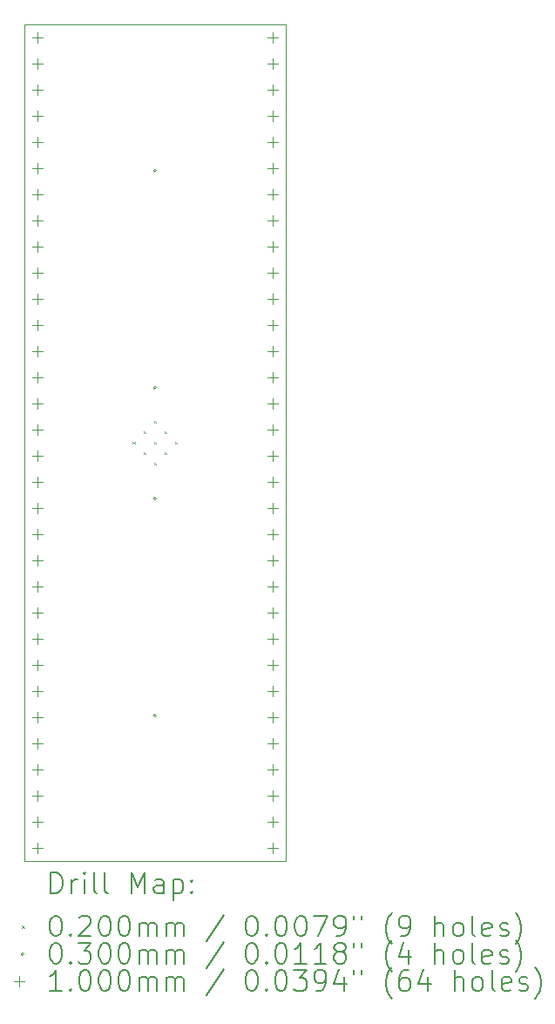
<source format=gbr>
%TF.GenerationSoftware,KiCad,Pcbnew,9.0.6*%
%TF.CreationDate,2026-01-07T14:27:32-06:00*%
%TF.ProjectId,QFN-60_7x7_P0.4,51464e2d-3630-45f3-9778-375f50302e34,rev?*%
%TF.SameCoordinates,Original*%
%TF.FileFunction,Drillmap*%
%TF.FilePolarity,Positive*%
%FSLAX45Y45*%
G04 Gerber Fmt 4.5, Leading zero omitted, Abs format (unit mm)*
G04 Created by KiCad (PCBNEW 9.0.6) date 2026-01-07 14:27:32*
%MOMM*%
%LPD*%
G01*
G04 APERTURE LIST*
%ADD10C,0.050000*%
%ADD11C,0.200000*%
%ADD12C,0.100000*%
G04 APERTURE END LIST*
D10*
X12573000Y-8013700D02*
X15113000Y-8013700D01*
X15113000Y-16141700D01*
X12573000Y-16141700D01*
X12573000Y-8013700D01*
D11*
D12*
X13627939Y-12070468D02*
X13647939Y-12090468D01*
X13647939Y-12070468D02*
X13627939Y-12090468D01*
X13730469Y-11967937D02*
X13750469Y-11987937D01*
X13750469Y-11967937D02*
X13730469Y-11987937D01*
X13730469Y-12172998D02*
X13750469Y-12192998D01*
X13750469Y-12172998D02*
X13730469Y-12192998D01*
X13833000Y-11865407D02*
X13853000Y-11885407D01*
X13853000Y-11865407D02*
X13833000Y-11885407D01*
X13833000Y-12070468D02*
X13853000Y-12090468D01*
X13853000Y-12070468D02*
X13833000Y-12090468D01*
X13833000Y-12275529D02*
X13853000Y-12295529D01*
X13853000Y-12275529D02*
X13833000Y-12295529D01*
X13935530Y-11967937D02*
X13955530Y-11987937D01*
X13955530Y-11967937D02*
X13935530Y-11987937D01*
X13935530Y-12172998D02*
X13955530Y-12192998D01*
X13955530Y-12172998D02*
X13935530Y-12192998D01*
X14038061Y-12070468D02*
X14058061Y-12090468D01*
X14058061Y-12070468D02*
X14038061Y-12090468D01*
X13858000Y-9436100D02*
G75*
G02*
X13828000Y-9436100I-15000J0D01*
G01*
X13828000Y-9436100D02*
G75*
G02*
X13858000Y-9436100I15000J0D01*
G01*
X13858000Y-11544300D02*
G75*
G02*
X13828000Y-11544300I-15000J0D01*
G01*
X13828000Y-11544300D02*
G75*
G02*
X13858000Y-11544300I15000J0D01*
G01*
X13858000Y-12623800D02*
G75*
G02*
X13828000Y-12623800I-15000J0D01*
G01*
X13828000Y-12623800D02*
G75*
G02*
X13858000Y-12623800I15000J0D01*
G01*
X13858000Y-14732000D02*
G75*
G02*
X13828000Y-14732000I-15000J0D01*
G01*
X13828000Y-14732000D02*
G75*
G02*
X13858000Y-14732000I15000J0D01*
G01*
X12700000Y-8092425D02*
X12700000Y-8192425D01*
X12650000Y-8142425D02*
X12750000Y-8142425D01*
X12700000Y-8346425D02*
X12700000Y-8446425D01*
X12650000Y-8396425D02*
X12750000Y-8396425D01*
X12700000Y-8600425D02*
X12700000Y-8700425D01*
X12650000Y-8650425D02*
X12750000Y-8650425D01*
X12700000Y-8854425D02*
X12700000Y-8954425D01*
X12650000Y-8904425D02*
X12750000Y-8904425D01*
X12700000Y-9108425D02*
X12700000Y-9208425D01*
X12650000Y-9158425D02*
X12750000Y-9158425D01*
X12700000Y-9362425D02*
X12700000Y-9462425D01*
X12650000Y-9412425D02*
X12750000Y-9412425D01*
X12700000Y-9616425D02*
X12700000Y-9716425D01*
X12650000Y-9666425D02*
X12750000Y-9666425D01*
X12700000Y-9870425D02*
X12700000Y-9970425D01*
X12650000Y-9920425D02*
X12750000Y-9920425D01*
X12700000Y-10124425D02*
X12700000Y-10224425D01*
X12650000Y-10174425D02*
X12750000Y-10174425D01*
X12700000Y-10378425D02*
X12700000Y-10478425D01*
X12650000Y-10428425D02*
X12750000Y-10428425D01*
X12700000Y-10632425D02*
X12700000Y-10732425D01*
X12650000Y-10682425D02*
X12750000Y-10682425D01*
X12700000Y-10886425D02*
X12700000Y-10986425D01*
X12650000Y-10936425D02*
X12750000Y-10936425D01*
X12700000Y-11140425D02*
X12700000Y-11240425D01*
X12650000Y-11190425D02*
X12750000Y-11190425D01*
X12700000Y-11394425D02*
X12700000Y-11494425D01*
X12650000Y-11444425D02*
X12750000Y-11444425D01*
X12700000Y-11648425D02*
X12700000Y-11748425D01*
X12650000Y-11698425D02*
X12750000Y-11698425D01*
X12700000Y-11902425D02*
X12700000Y-12002425D01*
X12650000Y-11952425D02*
X12750000Y-11952425D01*
X12700000Y-12156425D02*
X12700000Y-12256425D01*
X12650000Y-12206425D02*
X12750000Y-12206425D01*
X12700000Y-12410425D02*
X12700000Y-12510425D01*
X12650000Y-12460425D02*
X12750000Y-12460425D01*
X12700000Y-12664425D02*
X12700000Y-12764425D01*
X12650000Y-12714425D02*
X12750000Y-12714425D01*
X12700000Y-12918425D02*
X12700000Y-13018425D01*
X12650000Y-12968425D02*
X12750000Y-12968425D01*
X12700000Y-13172425D02*
X12700000Y-13272425D01*
X12650000Y-13222425D02*
X12750000Y-13222425D01*
X12700000Y-13426425D02*
X12700000Y-13526425D01*
X12650000Y-13476425D02*
X12750000Y-13476425D01*
X12700000Y-13680425D02*
X12700000Y-13780425D01*
X12650000Y-13730425D02*
X12750000Y-13730425D01*
X12700000Y-13934425D02*
X12700000Y-14034425D01*
X12650000Y-13984425D02*
X12750000Y-13984425D01*
X12700000Y-14188425D02*
X12700000Y-14288425D01*
X12650000Y-14238425D02*
X12750000Y-14238425D01*
X12700000Y-14442425D02*
X12700000Y-14542425D01*
X12650000Y-14492425D02*
X12750000Y-14492425D01*
X12700000Y-14696425D02*
X12700000Y-14796425D01*
X12650000Y-14746425D02*
X12750000Y-14746425D01*
X12700000Y-14950425D02*
X12700000Y-15050425D01*
X12650000Y-15000425D02*
X12750000Y-15000425D01*
X12700000Y-15204425D02*
X12700000Y-15304425D01*
X12650000Y-15254425D02*
X12750000Y-15254425D01*
X12700000Y-15458425D02*
X12700000Y-15558425D01*
X12650000Y-15508425D02*
X12750000Y-15508425D01*
X12700000Y-15712425D02*
X12700000Y-15812425D01*
X12650000Y-15762425D02*
X12750000Y-15762425D01*
X12700000Y-15966425D02*
X12700000Y-16066425D01*
X12650000Y-16016425D02*
X12750000Y-16016425D01*
X14986000Y-8092425D02*
X14986000Y-8192425D01*
X14936000Y-8142425D02*
X15036000Y-8142425D01*
X14986000Y-8346425D02*
X14986000Y-8446425D01*
X14936000Y-8396425D02*
X15036000Y-8396425D01*
X14986000Y-8600425D02*
X14986000Y-8700425D01*
X14936000Y-8650425D02*
X15036000Y-8650425D01*
X14986000Y-8854425D02*
X14986000Y-8954425D01*
X14936000Y-8904425D02*
X15036000Y-8904425D01*
X14986000Y-9108425D02*
X14986000Y-9208425D01*
X14936000Y-9158425D02*
X15036000Y-9158425D01*
X14986000Y-9362425D02*
X14986000Y-9462425D01*
X14936000Y-9412425D02*
X15036000Y-9412425D01*
X14986000Y-9616425D02*
X14986000Y-9716425D01*
X14936000Y-9666425D02*
X15036000Y-9666425D01*
X14986000Y-9870425D02*
X14986000Y-9970425D01*
X14936000Y-9920425D02*
X15036000Y-9920425D01*
X14986000Y-10124425D02*
X14986000Y-10224425D01*
X14936000Y-10174425D02*
X15036000Y-10174425D01*
X14986000Y-10378425D02*
X14986000Y-10478425D01*
X14936000Y-10428425D02*
X15036000Y-10428425D01*
X14986000Y-10632425D02*
X14986000Y-10732425D01*
X14936000Y-10682425D02*
X15036000Y-10682425D01*
X14986000Y-10886425D02*
X14986000Y-10986425D01*
X14936000Y-10936425D02*
X15036000Y-10936425D01*
X14986000Y-11140425D02*
X14986000Y-11240425D01*
X14936000Y-11190425D02*
X15036000Y-11190425D01*
X14986000Y-11394425D02*
X14986000Y-11494425D01*
X14936000Y-11444425D02*
X15036000Y-11444425D01*
X14986000Y-11648425D02*
X14986000Y-11748425D01*
X14936000Y-11698425D02*
X15036000Y-11698425D01*
X14986000Y-11902425D02*
X14986000Y-12002425D01*
X14936000Y-11952425D02*
X15036000Y-11952425D01*
X14986000Y-12156425D02*
X14986000Y-12256425D01*
X14936000Y-12206425D02*
X15036000Y-12206425D01*
X14986000Y-12410425D02*
X14986000Y-12510425D01*
X14936000Y-12460425D02*
X15036000Y-12460425D01*
X14986000Y-12664425D02*
X14986000Y-12764425D01*
X14936000Y-12714425D02*
X15036000Y-12714425D01*
X14986000Y-12918425D02*
X14986000Y-13018425D01*
X14936000Y-12968425D02*
X15036000Y-12968425D01*
X14986000Y-13172425D02*
X14986000Y-13272425D01*
X14936000Y-13222425D02*
X15036000Y-13222425D01*
X14986000Y-13426425D02*
X14986000Y-13526425D01*
X14936000Y-13476425D02*
X15036000Y-13476425D01*
X14986000Y-13680425D02*
X14986000Y-13780425D01*
X14936000Y-13730425D02*
X15036000Y-13730425D01*
X14986000Y-13934425D02*
X14986000Y-14034425D01*
X14936000Y-13984425D02*
X15036000Y-13984425D01*
X14986000Y-14188425D02*
X14986000Y-14288425D01*
X14936000Y-14238425D02*
X15036000Y-14238425D01*
X14986000Y-14442425D02*
X14986000Y-14542425D01*
X14936000Y-14492425D02*
X15036000Y-14492425D01*
X14986000Y-14696425D02*
X14986000Y-14796425D01*
X14936000Y-14746425D02*
X15036000Y-14746425D01*
X14986000Y-14950425D02*
X14986000Y-15050425D01*
X14936000Y-15000425D02*
X15036000Y-15000425D01*
X14986000Y-15204425D02*
X14986000Y-15304425D01*
X14936000Y-15254425D02*
X15036000Y-15254425D01*
X14986000Y-15458425D02*
X14986000Y-15558425D01*
X14936000Y-15508425D02*
X15036000Y-15508425D01*
X14986000Y-15712425D02*
X14986000Y-15812425D01*
X14936000Y-15762425D02*
X15036000Y-15762425D01*
X14986000Y-15966425D02*
X14986000Y-16066425D01*
X14936000Y-16016425D02*
X15036000Y-16016425D01*
D11*
X12831277Y-16455684D02*
X12831277Y-16255684D01*
X12831277Y-16255684D02*
X12878896Y-16255684D01*
X12878896Y-16255684D02*
X12907467Y-16265208D01*
X12907467Y-16265208D02*
X12926515Y-16284255D01*
X12926515Y-16284255D02*
X12936039Y-16303303D01*
X12936039Y-16303303D02*
X12945562Y-16341398D01*
X12945562Y-16341398D02*
X12945562Y-16369969D01*
X12945562Y-16369969D02*
X12936039Y-16408065D01*
X12936039Y-16408065D02*
X12926515Y-16427112D01*
X12926515Y-16427112D02*
X12907467Y-16446160D01*
X12907467Y-16446160D02*
X12878896Y-16455684D01*
X12878896Y-16455684D02*
X12831277Y-16455684D01*
X13031277Y-16455684D02*
X13031277Y-16322350D01*
X13031277Y-16360446D02*
X13040801Y-16341398D01*
X13040801Y-16341398D02*
X13050324Y-16331874D01*
X13050324Y-16331874D02*
X13069372Y-16322350D01*
X13069372Y-16322350D02*
X13088420Y-16322350D01*
X13155086Y-16455684D02*
X13155086Y-16322350D01*
X13155086Y-16255684D02*
X13145562Y-16265208D01*
X13145562Y-16265208D02*
X13155086Y-16274731D01*
X13155086Y-16274731D02*
X13164610Y-16265208D01*
X13164610Y-16265208D02*
X13155086Y-16255684D01*
X13155086Y-16255684D02*
X13155086Y-16274731D01*
X13278896Y-16455684D02*
X13259848Y-16446160D01*
X13259848Y-16446160D02*
X13250324Y-16427112D01*
X13250324Y-16427112D02*
X13250324Y-16255684D01*
X13383658Y-16455684D02*
X13364610Y-16446160D01*
X13364610Y-16446160D02*
X13355086Y-16427112D01*
X13355086Y-16427112D02*
X13355086Y-16255684D01*
X13612229Y-16455684D02*
X13612229Y-16255684D01*
X13612229Y-16255684D02*
X13678896Y-16398541D01*
X13678896Y-16398541D02*
X13745562Y-16255684D01*
X13745562Y-16255684D02*
X13745562Y-16455684D01*
X13926515Y-16455684D02*
X13926515Y-16350922D01*
X13926515Y-16350922D02*
X13916991Y-16331874D01*
X13916991Y-16331874D02*
X13897943Y-16322350D01*
X13897943Y-16322350D02*
X13859848Y-16322350D01*
X13859848Y-16322350D02*
X13840801Y-16331874D01*
X13926515Y-16446160D02*
X13907467Y-16455684D01*
X13907467Y-16455684D02*
X13859848Y-16455684D01*
X13859848Y-16455684D02*
X13840801Y-16446160D01*
X13840801Y-16446160D02*
X13831277Y-16427112D01*
X13831277Y-16427112D02*
X13831277Y-16408065D01*
X13831277Y-16408065D02*
X13840801Y-16389017D01*
X13840801Y-16389017D02*
X13859848Y-16379493D01*
X13859848Y-16379493D02*
X13907467Y-16379493D01*
X13907467Y-16379493D02*
X13926515Y-16369969D01*
X14021753Y-16322350D02*
X14021753Y-16522350D01*
X14021753Y-16331874D02*
X14040801Y-16322350D01*
X14040801Y-16322350D02*
X14078896Y-16322350D01*
X14078896Y-16322350D02*
X14097943Y-16331874D01*
X14097943Y-16331874D02*
X14107467Y-16341398D01*
X14107467Y-16341398D02*
X14116991Y-16360446D01*
X14116991Y-16360446D02*
X14116991Y-16417588D01*
X14116991Y-16417588D02*
X14107467Y-16436636D01*
X14107467Y-16436636D02*
X14097943Y-16446160D01*
X14097943Y-16446160D02*
X14078896Y-16455684D01*
X14078896Y-16455684D02*
X14040801Y-16455684D01*
X14040801Y-16455684D02*
X14021753Y-16446160D01*
X14202705Y-16436636D02*
X14212229Y-16446160D01*
X14212229Y-16446160D02*
X14202705Y-16455684D01*
X14202705Y-16455684D02*
X14193182Y-16446160D01*
X14193182Y-16446160D02*
X14202705Y-16436636D01*
X14202705Y-16436636D02*
X14202705Y-16455684D01*
X14202705Y-16331874D02*
X14212229Y-16341398D01*
X14212229Y-16341398D02*
X14202705Y-16350922D01*
X14202705Y-16350922D02*
X14193182Y-16341398D01*
X14193182Y-16341398D02*
X14202705Y-16331874D01*
X14202705Y-16331874D02*
X14202705Y-16350922D01*
D12*
X12550500Y-16774200D02*
X12570500Y-16794200D01*
X12570500Y-16774200D02*
X12550500Y-16794200D01*
D11*
X12869372Y-16675684D02*
X12888420Y-16675684D01*
X12888420Y-16675684D02*
X12907467Y-16685208D01*
X12907467Y-16685208D02*
X12916991Y-16694731D01*
X12916991Y-16694731D02*
X12926515Y-16713779D01*
X12926515Y-16713779D02*
X12936039Y-16751874D01*
X12936039Y-16751874D02*
X12936039Y-16799493D01*
X12936039Y-16799493D02*
X12926515Y-16837589D01*
X12926515Y-16837589D02*
X12916991Y-16856636D01*
X12916991Y-16856636D02*
X12907467Y-16866160D01*
X12907467Y-16866160D02*
X12888420Y-16875684D01*
X12888420Y-16875684D02*
X12869372Y-16875684D01*
X12869372Y-16875684D02*
X12850324Y-16866160D01*
X12850324Y-16866160D02*
X12840801Y-16856636D01*
X12840801Y-16856636D02*
X12831277Y-16837589D01*
X12831277Y-16837589D02*
X12821753Y-16799493D01*
X12821753Y-16799493D02*
X12821753Y-16751874D01*
X12821753Y-16751874D02*
X12831277Y-16713779D01*
X12831277Y-16713779D02*
X12840801Y-16694731D01*
X12840801Y-16694731D02*
X12850324Y-16685208D01*
X12850324Y-16685208D02*
X12869372Y-16675684D01*
X13021753Y-16856636D02*
X13031277Y-16866160D01*
X13031277Y-16866160D02*
X13021753Y-16875684D01*
X13021753Y-16875684D02*
X13012229Y-16866160D01*
X13012229Y-16866160D02*
X13021753Y-16856636D01*
X13021753Y-16856636D02*
X13021753Y-16875684D01*
X13107467Y-16694731D02*
X13116991Y-16685208D01*
X13116991Y-16685208D02*
X13136039Y-16675684D01*
X13136039Y-16675684D02*
X13183658Y-16675684D01*
X13183658Y-16675684D02*
X13202705Y-16685208D01*
X13202705Y-16685208D02*
X13212229Y-16694731D01*
X13212229Y-16694731D02*
X13221753Y-16713779D01*
X13221753Y-16713779D02*
X13221753Y-16732827D01*
X13221753Y-16732827D02*
X13212229Y-16761398D01*
X13212229Y-16761398D02*
X13097943Y-16875684D01*
X13097943Y-16875684D02*
X13221753Y-16875684D01*
X13345562Y-16675684D02*
X13364610Y-16675684D01*
X13364610Y-16675684D02*
X13383658Y-16685208D01*
X13383658Y-16685208D02*
X13393182Y-16694731D01*
X13393182Y-16694731D02*
X13402705Y-16713779D01*
X13402705Y-16713779D02*
X13412229Y-16751874D01*
X13412229Y-16751874D02*
X13412229Y-16799493D01*
X13412229Y-16799493D02*
X13402705Y-16837589D01*
X13402705Y-16837589D02*
X13393182Y-16856636D01*
X13393182Y-16856636D02*
X13383658Y-16866160D01*
X13383658Y-16866160D02*
X13364610Y-16875684D01*
X13364610Y-16875684D02*
X13345562Y-16875684D01*
X13345562Y-16875684D02*
X13326515Y-16866160D01*
X13326515Y-16866160D02*
X13316991Y-16856636D01*
X13316991Y-16856636D02*
X13307467Y-16837589D01*
X13307467Y-16837589D02*
X13297943Y-16799493D01*
X13297943Y-16799493D02*
X13297943Y-16751874D01*
X13297943Y-16751874D02*
X13307467Y-16713779D01*
X13307467Y-16713779D02*
X13316991Y-16694731D01*
X13316991Y-16694731D02*
X13326515Y-16685208D01*
X13326515Y-16685208D02*
X13345562Y-16675684D01*
X13536039Y-16675684D02*
X13555086Y-16675684D01*
X13555086Y-16675684D02*
X13574134Y-16685208D01*
X13574134Y-16685208D02*
X13583658Y-16694731D01*
X13583658Y-16694731D02*
X13593182Y-16713779D01*
X13593182Y-16713779D02*
X13602705Y-16751874D01*
X13602705Y-16751874D02*
X13602705Y-16799493D01*
X13602705Y-16799493D02*
X13593182Y-16837589D01*
X13593182Y-16837589D02*
X13583658Y-16856636D01*
X13583658Y-16856636D02*
X13574134Y-16866160D01*
X13574134Y-16866160D02*
X13555086Y-16875684D01*
X13555086Y-16875684D02*
X13536039Y-16875684D01*
X13536039Y-16875684D02*
X13516991Y-16866160D01*
X13516991Y-16866160D02*
X13507467Y-16856636D01*
X13507467Y-16856636D02*
X13497943Y-16837589D01*
X13497943Y-16837589D02*
X13488420Y-16799493D01*
X13488420Y-16799493D02*
X13488420Y-16751874D01*
X13488420Y-16751874D02*
X13497943Y-16713779D01*
X13497943Y-16713779D02*
X13507467Y-16694731D01*
X13507467Y-16694731D02*
X13516991Y-16685208D01*
X13516991Y-16685208D02*
X13536039Y-16675684D01*
X13688420Y-16875684D02*
X13688420Y-16742350D01*
X13688420Y-16761398D02*
X13697943Y-16751874D01*
X13697943Y-16751874D02*
X13716991Y-16742350D01*
X13716991Y-16742350D02*
X13745563Y-16742350D01*
X13745563Y-16742350D02*
X13764610Y-16751874D01*
X13764610Y-16751874D02*
X13774134Y-16770922D01*
X13774134Y-16770922D02*
X13774134Y-16875684D01*
X13774134Y-16770922D02*
X13783658Y-16751874D01*
X13783658Y-16751874D02*
X13802705Y-16742350D01*
X13802705Y-16742350D02*
X13831277Y-16742350D01*
X13831277Y-16742350D02*
X13850324Y-16751874D01*
X13850324Y-16751874D02*
X13859848Y-16770922D01*
X13859848Y-16770922D02*
X13859848Y-16875684D01*
X13955086Y-16875684D02*
X13955086Y-16742350D01*
X13955086Y-16761398D02*
X13964610Y-16751874D01*
X13964610Y-16751874D02*
X13983658Y-16742350D01*
X13983658Y-16742350D02*
X14012229Y-16742350D01*
X14012229Y-16742350D02*
X14031277Y-16751874D01*
X14031277Y-16751874D02*
X14040801Y-16770922D01*
X14040801Y-16770922D02*
X14040801Y-16875684D01*
X14040801Y-16770922D02*
X14050324Y-16751874D01*
X14050324Y-16751874D02*
X14069372Y-16742350D01*
X14069372Y-16742350D02*
X14097943Y-16742350D01*
X14097943Y-16742350D02*
X14116991Y-16751874D01*
X14116991Y-16751874D02*
X14126515Y-16770922D01*
X14126515Y-16770922D02*
X14126515Y-16875684D01*
X14516991Y-16666160D02*
X14345563Y-16923303D01*
X14774134Y-16675684D02*
X14793182Y-16675684D01*
X14793182Y-16675684D02*
X14812229Y-16685208D01*
X14812229Y-16685208D02*
X14821753Y-16694731D01*
X14821753Y-16694731D02*
X14831277Y-16713779D01*
X14831277Y-16713779D02*
X14840801Y-16751874D01*
X14840801Y-16751874D02*
X14840801Y-16799493D01*
X14840801Y-16799493D02*
X14831277Y-16837589D01*
X14831277Y-16837589D02*
X14821753Y-16856636D01*
X14821753Y-16856636D02*
X14812229Y-16866160D01*
X14812229Y-16866160D02*
X14793182Y-16875684D01*
X14793182Y-16875684D02*
X14774134Y-16875684D01*
X14774134Y-16875684D02*
X14755086Y-16866160D01*
X14755086Y-16866160D02*
X14745563Y-16856636D01*
X14745563Y-16856636D02*
X14736039Y-16837589D01*
X14736039Y-16837589D02*
X14726515Y-16799493D01*
X14726515Y-16799493D02*
X14726515Y-16751874D01*
X14726515Y-16751874D02*
X14736039Y-16713779D01*
X14736039Y-16713779D02*
X14745563Y-16694731D01*
X14745563Y-16694731D02*
X14755086Y-16685208D01*
X14755086Y-16685208D02*
X14774134Y-16675684D01*
X14926515Y-16856636D02*
X14936039Y-16866160D01*
X14936039Y-16866160D02*
X14926515Y-16875684D01*
X14926515Y-16875684D02*
X14916991Y-16866160D01*
X14916991Y-16866160D02*
X14926515Y-16856636D01*
X14926515Y-16856636D02*
X14926515Y-16875684D01*
X15059848Y-16675684D02*
X15078896Y-16675684D01*
X15078896Y-16675684D02*
X15097944Y-16685208D01*
X15097944Y-16685208D02*
X15107467Y-16694731D01*
X15107467Y-16694731D02*
X15116991Y-16713779D01*
X15116991Y-16713779D02*
X15126515Y-16751874D01*
X15126515Y-16751874D02*
X15126515Y-16799493D01*
X15126515Y-16799493D02*
X15116991Y-16837589D01*
X15116991Y-16837589D02*
X15107467Y-16856636D01*
X15107467Y-16856636D02*
X15097944Y-16866160D01*
X15097944Y-16866160D02*
X15078896Y-16875684D01*
X15078896Y-16875684D02*
X15059848Y-16875684D01*
X15059848Y-16875684D02*
X15040801Y-16866160D01*
X15040801Y-16866160D02*
X15031277Y-16856636D01*
X15031277Y-16856636D02*
X15021753Y-16837589D01*
X15021753Y-16837589D02*
X15012229Y-16799493D01*
X15012229Y-16799493D02*
X15012229Y-16751874D01*
X15012229Y-16751874D02*
X15021753Y-16713779D01*
X15021753Y-16713779D02*
X15031277Y-16694731D01*
X15031277Y-16694731D02*
X15040801Y-16685208D01*
X15040801Y-16685208D02*
X15059848Y-16675684D01*
X15250325Y-16675684D02*
X15269372Y-16675684D01*
X15269372Y-16675684D02*
X15288420Y-16685208D01*
X15288420Y-16685208D02*
X15297944Y-16694731D01*
X15297944Y-16694731D02*
X15307467Y-16713779D01*
X15307467Y-16713779D02*
X15316991Y-16751874D01*
X15316991Y-16751874D02*
X15316991Y-16799493D01*
X15316991Y-16799493D02*
X15307467Y-16837589D01*
X15307467Y-16837589D02*
X15297944Y-16856636D01*
X15297944Y-16856636D02*
X15288420Y-16866160D01*
X15288420Y-16866160D02*
X15269372Y-16875684D01*
X15269372Y-16875684D02*
X15250325Y-16875684D01*
X15250325Y-16875684D02*
X15231277Y-16866160D01*
X15231277Y-16866160D02*
X15221753Y-16856636D01*
X15221753Y-16856636D02*
X15212229Y-16837589D01*
X15212229Y-16837589D02*
X15202706Y-16799493D01*
X15202706Y-16799493D02*
X15202706Y-16751874D01*
X15202706Y-16751874D02*
X15212229Y-16713779D01*
X15212229Y-16713779D02*
X15221753Y-16694731D01*
X15221753Y-16694731D02*
X15231277Y-16685208D01*
X15231277Y-16685208D02*
X15250325Y-16675684D01*
X15383658Y-16675684D02*
X15516991Y-16675684D01*
X15516991Y-16675684D02*
X15431277Y-16875684D01*
X15602706Y-16875684D02*
X15640801Y-16875684D01*
X15640801Y-16875684D02*
X15659848Y-16866160D01*
X15659848Y-16866160D02*
X15669372Y-16856636D01*
X15669372Y-16856636D02*
X15688420Y-16828065D01*
X15688420Y-16828065D02*
X15697944Y-16789970D01*
X15697944Y-16789970D02*
X15697944Y-16713779D01*
X15697944Y-16713779D02*
X15688420Y-16694731D01*
X15688420Y-16694731D02*
X15678896Y-16685208D01*
X15678896Y-16685208D02*
X15659848Y-16675684D01*
X15659848Y-16675684D02*
X15621753Y-16675684D01*
X15621753Y-16675684D02*
X15602706Y-16685208D01*
X15602706Y-16685208D02*
X15593182Y-16694731D01*
X15593182Y-16694731D02*
X15583658Y-16713779D01*
X15583658Y-16713779D02*
X15583658Y-16761398D01*
X15583658Y-16761398D02*
X15593182Y-16780446D01*
X15593182Y-16780446D02*
X15602706Y-16789970D01*
X15602706Y-16789970D02*
X15621753Y-16799493D01*
X15621753Y-16799493D02*
X15659848Y-16799493D01*
X15659848Y-16799493D02*
X15678896Y-16789970D01*
X15678896Y-16789970D02*
X15688420Y-16780446D01*
X15688420Y-16780446D02*
X15697944Y-16761398D01*
X15774134Y-16675684D02*
X15774134Y-16713779D01*
X15850325Y-16675684D02*
X15850325Y-16713779D01*
X16145563Y-16951874D02*
X16136039Y-16942350D01*
X16136039Y-16942350D02*
X16116991Y-16913779D01*
X16116991Y-16913779D02*
X16107468Y-16894731D01*
X16107468Y-16894731D02*
X16097944Y-16866160D01*
X16097944Y-16866160D02*
X16088420Y-16818541D01*
X16088420Y-16818541D02*
X16088420Y-16780446D01*
X16088420Y-16780446D02*
X16097944Y-16732827D01*
X16097944Y-16732827D02*
X16107468Y-16704255D01*
X16107468Y-16704255D02*
X16116991Y-16685208D01*
X16116991Y-16685208D02*
X16136039Y-16656636D01*
X16136039Y-16656636D02*
X16145563Y-16647112D01*
X16231277Y-16875684D02*
X16269372Y-16875684D01*
X16269372Y-16875684D02*
X16288420Y-16866160D01*
X16288420Y-16866160D02*
X16297944Y-16856636D01*
X16297944Y-16856636D02*
X16316991Y-16828065D01*
X16316991Y-16828065D02*
X16326515Y-16789970D01*
X16326515Y-16789970D02*
X16326515Y-16713779D01*
X16326515Y-16713779D02*
X16316991Y-16694731D01*
X16316991Y-16694731D02*
X16307468Y-16685208D01*
X16307468Y-16685208D02*
X16288420Y-16675684D01*
X16288420Y-16675684D02*
X16250325Y-16675684D01*
X16250325Y-16675684D02*
X16231277Y-16685208D01*
X16231277Y-16685208D02*
X16221753Y-16694731D01*
X16221753Y-16694731D02*
X16212229Y-16713779D01*
X16212229Y-16713779D02*
X16212229Y-16761398D01*
X16212229Y-16761398D02*
X16221753Y-16780446D01*
X16221753Y-16780446D02*
X16231277Y-16789970D01*
X16231277Y-16789970D02*
X16250325Y-16799493D01*
X16250325Y-16799493D02*
X16288420Y-16799493D01*
X16288420Y-16799493D02*
X16307468Y-16789970D01*
X16307468Y-16789970D02*
X16316991Y-16780446D01*
X16316991Y-16780446D02*
X16326515Y-16761398D01*
X16564610Y-16875684D02*
X16564610Y-16675684D01*
X16650325Y-16875684D02*
X16650325Y-16770922D01*
X16650325Y-16770922D02*
X16640801Y-16751874D01*
X16640801Y-16751874D02*
X16621753Y-16742350D01*
X16621753Y-16742350D02*
X16593182Y-16742350D01*
X16593182Y-16742350D02*
X16574134Y-16751874D01*
X16574134Y-16751874D02*
X16564610Y-16761398D01*
X16774134Y-16875684D02*
X16755087Y-16866160D01*
X16755087Y-16866160D02*
X16745563Y-16856636D01*
X16745563Y-16856636D02*
X16736039Y-16837589D01*
X16736039Y-16837589D02*
X16736039Y-16780446D01*
X16736039Y-16780446D02*
X16745563Y-16761398D01*
X16745563Y-16761398D02*
X16755087Y-16751874D01*
X16755087Y-16751874D02*
X16774134Y-16742350D01*
X16774134Y-16742350D02*
X16802706Y-16742350D01*
X16802706Y-16742350D02*
X16821753Y-16751874D01*
X16821753Y-16751874D02*
X16831277Y-16761398D01*
X16831277Y-16761398D02*
X16840801Y-16780446D01*
X16840801Y-16780446D02*
X16840801Y-16837589D01*
X16840801Y-16837589D02*
X16831277Y-16856636D01*
X16831277Y-16856636D02*
X16821753Y-16866160D01*
X16821753Y-16866160D02*
X16802706Y-16875684D01*
X16802706Y-16875684D02*
X16774134Y-16875684D01*
X16955087Y-16875684D02*
X16936039Y-16866160D01*
X16936039Y-16866160D02*
X16926515Y-16847112D01*
X16926515Y-16847112D02*
X16926515Y-16675684D01*
X17107468Y-16866160D02*
X17088420Y-16875684D01*
X17088420Y-16875684D02*
X17050325Y-16875684D01*
X17050325Y-16875684D02*
X17031277Y-16866160D01*
X17031277Y-16866160D02*
X17021753Y-16847112D01*
X17021753Y-16847112D02*
X17021753Y-16770922D01*
X17021753Y-16770922D02*
X17031277Y-16751874D01*
X17031277Y-16751874D02*
X17050325Y-16742350D01*
X17050325Y-16742350D02*
X17088420Y-16742350D01*
X17088420Y-16742350D02*
X17107468Y-16751874D01*
X17107468Y-16751874D02*
X17116992Y-16770922D01*
X17116992Y-16770922D02*
X17116992Y-16789970D01*
X17116992Y-16789970D02*
X17021753Y-16809017D01*
X17193182Y-16866160D02*
X17212230Y-16875684D01*
X17212230Y-16875684D02*
X17250325Y-16875684D01*
X17250325Y-16875684D02*
X17269373Y-16866160D01*
X17269373Y-16866160D02*
X17278896Y-16847112D01*
X17278896Y-16847112D02*
X17278896Y-16837589D01*
X17278896Y-16837589D02*
X17269373Y-16818541D01*
X17269373Y-16818541D02*
X17250325Y-16809017D01*
X17250325Y-16809017D02*
X17221753Y-16809017D01*
X17221753Y-16809017D02*
X17202706Y-16799493D01*
X17202706Y-16799493D02*
X17193182Y-16780446D01*
X17193182Y-16780446D02*
X17193182Y-16770922D01*
X17193182Y-16770922D02*
X17202706Y-16751874D01*
X17202706Y-16751874D02*
X17221753Y-16742350D01*
X17221753Y-16742350D02*
X17250325Y-16742350D01*
X17250325Y-16742350D02*
X17269373Y-16751874D01*
X17345563Y-16951874D02*
X17355087Y-16942350D01*
X17355087Y-16942350D02*
X17374134Y-16913779D01*
X17374134Y-16913779D02*
X17383658Y-16894731D01*
X17383658Y-16894731D02*
X17393182Y-16866160D01*
X17393182Y-16866160D02*
X17402706Y-16818541D01*
X17402706Y-16818541D02*
X17402706Y-16780446D01*
X17402706Y-16780446D02*
X17393182Y-16732827D01*
X17393182Y-16732827D02*
X17383658Y-16704255D01*
X17383658Y-16704255D02*
X17374134Y-16685208D01*
X17374134Y-16685208D02*
X17355087Y-16656636D01*
X17355087Y-16656636D02*
X17345563Y-16647112D01*
D12*
X12570500Y-17048200D02*
G75*
G02*
X12540500Y-17048200I-15000J0D01*
G01*
X12540500Y-17048200D02*
G75*
G02*
X12570500Y-17048200I15000J0D01*
G01*
D11*
X12869372Y-16939684D02*
X12888420Y-16939684D01*
X12888420Y-16939684D02*
X12907467Y-16949208D01*
X12907467Y-16949208D02*
X12916991Y-16958731D01*
X12916991Y-16958731D02*
X12926515Y-16977779D01*
X12926515Y-16977779D02*
X12936039Y-17015874D01*
X12936039Y-17015874D02*
X12936039Y-17063493D01*
X12936039Y-17063493D02*
X12926515Y-17101589D01*
X12926515Y-17101589D02*
X12916991Y-17120636D01*
X12916991Y-17120636D02*
X12907467Y-17130160D01*
X12907467Y-17130160D02*
X12888420Y-17139684D01*
X12888420Y-17139684D02*
X12869372Y-17139684D01*
X12869372Y-17139684D02*
X12850324Y-17130160D01*
X12850324Y-17130160D02*
X12840801Y-17120636D01*
X12840801Y-17120636D02*
X12831277Y-17101589D01*
X12831277Y-17101589D02*
X12821753Y-17063493D01*
X12821753Y-17063493D02*
X12821753Y-17015874D01*
X12821753Y-17015874D02*
X12831277Y-16977779D01*
X12831277Y-16977779D02*
X12840801Y-16958731D01*
X12840801Y-16958731D02*
X12850324Y-16949208D01*
X12850324Y-16949208D02*
X12869372Y-16939684D01*
X13021753Y-17120636D02*
X13031277Y-17130160D01*
X13031277Y-17130160D02*
X13021753Y-17139684D01*
X13021753Y-17139684D02*
X13012229Y-17130160D01*
X13012229Y-17130160D02*
X13021753Y-17120636D01*
X13021753Y-17120636D02*
X13021753Y-17139684D01*
X13097943Y-16939684D02*
X13221753Y-16939684D01*
X13221753Y-16939684D02*
X13155086Y-17015874D01*
X13155086Y-17015874D02*
X13183658Y-17015874D01*
X13183658Y-17015874D02*
X13202705Y-17025398D01*
X13202705Y-17025398D02*
X13212229Y-17034922D01*
X13212229Y-17034922D02*
X13221753Y-17053970D01*
X13221753Y-17053970D02*
X13221753Y-17101589D01*
X13221753Y-17101589D02*
X13212229Y-17120636D01*
X13212229Y-17120636D02*
X13202705Y-17130160D01*
X13202705Y-17130160D02*
X13183658Y-17139684D01*
X13183658Y-17139684D02*
X13126515Y-17139684D01*
X13126515Y-17139684D02*
X13107467Y-17130160D01*
X13107467Y-17130160D02*
X13097943Y-17120636D01*
X13345562Y-16939684D02*
X13364610Y-16939684D01*
X13364610Y-16939684D02*
X13383658Y-16949208D01*
X13383658Y-16949208D02*
X13393182Y-16958731D01*
X13393182Y-16958731D02*
X13402705Y-16977779D01*
X13402705Y-16977779D02*
X13412229Y-17015874D01*
X13412229Y-17015874D02*
X13412229Y-17063493D01*
X13412229Y-17063493D02*
X13402705Y-17101589D01*
X13402705Y-17101589D02*
X13393182Y-17120636D01*
X13393182Y-17120636D02*
X13383658Y-17130160D01*
X13383658Y-17130160D02*
X13364610Y-17139684D01*
X13364610Y-17139684D02*
X13345562Y-17139684D01*
X13345562Y-17139684D02*
X13326515Y-17130160D01*
X13326515Y-17130160D02*
X13316991Y-17120636D01*
X13316991Y-17120636D02*
X13307467Y-17101589D01*
X13307467Y-17101589D02*
X13297943Y-17063493D01*
X13297943Y-17063493D02*
X13297943Y-17015874D01*
X13297943Y-17015874D02*
X13307467Y-16977779D01*
X13307467Y-16977779D02*
X13316991Y-16958731D01*
X13316991Y-16958731D02*
X13326515Y-16949208D01*
X13326515Y-16949208D02*
X13345562Y-16939684D01*
X13536039Y-16939684D02*
X13555086Y-16939684D01*
X13555086Y-16939684D02*
X13574134Y-16949208D01*
X13574134Y-16949208D02*
X13583658Y-16958731D01*
X13583658Y-16958731D02*
X13593182Y-16977779D01*
X13593182Y-16977779D02*
X13602705Y-17015874D01*
X13602705Y-17015874D02*
X13602705Y-17063493D01*
X13602705Y-17063493D02*
X13593182Y-17101589D01*
X13593182Y-17101589D02*
X13583658Y-17120636D01*
X13583658Y-17120636D02*
X13574134Y-17130160D01*
X13574134Y-17130160D02*
X13555086Y-17139684D01*
X13555086Y-17139684D02*
X13536039Y-17139684D01*
X13536039Y-17139684D02*
X13516991Y-17130160D01*
X13516991Y-17130160D02*
X13507467Y-17120636D01*
X13507467Y-17120636D02*
X13497943Y-17101589D01*
X13497943Y-17101589D02*
X13488420Y-17063493D01*
X13488420Y-17063493D02*
X13488420Y-17015874D01*
X13488420Y-17015874D02*
X13497943Y-16977779D01*
X13497943Y-16977779D02*
X13507467Y-16958731D01*
X13507467Y-16958731D02*
X13516991Y-16949208D01*
X13516991Y-16949208D02*
X13536039Y-16939684D01*
X13688420Y-17139684D02*
X13688420Y-17006350D01*
X13688420Y-17025398D02*
X13697943Y-17015874D01*
X13697943Y-17015874D02*
X13716991Y-17006350D01*
X13716991Y-17006350D02*
X13745563Y-17006350D01*
X13745563Y-17006350D02*
X13764610Y-17015874D01*
X13764610Y-17015874D02*
X13774134Y-17034922D01*
X13774134Y-17034922D02*
X13774134Y-17139684D01*
X13774134Y-17034922D02*
X13783658Y-17015874D01*
X13783658Y-17015874D02*
X13802705Y-17006350D01*
X13802705Y-17006350D02*
X13831277Y-17006350D01*
X13831277Y-17006350D02*
X13850324Y-17015874D01*
X13850324Y-17015874D02*
X13859848Y-17034922D01*
X13859848Y-17034922D02*
X13859848Y-17139684D01*
X13955086Y-17139684D02*
X13955086Y-17006350D01*
X13955086Y-17025398D02*
X13964610Y-17015874D01*
X13964610Y-17015874D02*
X13983658Y-17006350D01*
X13983658Y-17006350D02*
X14012229Y-17006350D01*
X14012229Y-17006350D02*
X14031277Y-17015874D01*
X14031277Y-17015874D02*
X14040801Y-17034922D01*
X14040801Y-17034922D02*
X14040801Y-17139684D01*
X14040801Y-17034922D02*
X14050324Y-17015874D01*
X14050324Y-17015874D02*
X14069372Y-17006350D01*
X14069372Y-17006350D02*
X14097943Y-17006350D01*
X14097943Y-17006350D02*
X14116991Y-17015874D01*
X14116991Y-17015874D02*
X14126515Y-17034922D01*
X14126515Y-17034922D02*
X14126515Y-17139684D01*
X14516991Y-16930160D02*
X14345563Y-17187303D01*
X14774134Y-16939684D02*
X14793182Y-16939684D01*
X14793182Y-16939684D02*
X14812229Y-16949208D01*
X14812229Y-16949208D02*
X14821753Y-16958731D01*
X14821753Y-16958731D02*
X14831277Y-16977779D01*
X14831277Y-16977779D02*
X14840801Y-17015874D01*
X14840801Y-17015874D02*
X14840801Y-17063493D01*
X14840801Y-17063493D02*
X14831277Y-17101589D01*
X14831277Y-17101589D02*
X14821753Y-17120636D01*
X14821753Y-17120636D02*
X14812229Y-17130160D01*
X14812229Y-17130160D02*
X14793182Y-17139684D01*
X14793182Y-17139684D02*
X14774134Y-17139684D01*
X14774134Y-17139684D02*
X14755086Y-17130160D01*
X14755086Y-17130160D02*
X14745563Y-17120636D01*
X14745563Y-17120636D02*
X14736039Y-17101589D01*
X14736039Y-17101589D02*
X14726515Y-17063493D01*
X14726515Y-17063493D02*
X14726515Y-17015874D01*
X14726515Y-17015874D02*
X14736039Y-16977779D01*
X14736039Y-16977779D02*
X14745563Y-16958731D01*
X14745563Y-16958731D02*
X14755086Y-16949208D01*
X14755086Y-16949208D02*
X14774134Y-16939684D01*
X14926515Y-17120636D02*
X14936039Y-17130160D01*
X14936039Y-17130160D02*
X14926515Y-17139684D01*
X14926515Y-17139684D02*
X14916991Y-17130160D01*
X14916991Y-17130160D02*
X14926515Y-17120636D01*
X14926515Y-17120636D02*
X14926515Y-17139684D01*
X15059848Y-16939684D02*
X15078896Y-16939684D01*
X15078896Y-16939684D02*
X15097944Y-16949208D01*
X15097944Y-16949208D02*
X15107467Y-16958731D01*
X15107467Y-16958731D02*
X15116991Y-16977779D01*
X15116991Y-16977779D02*
X15126515Y-17015874D01*
X15126515Y-17015874D02*
X15126515Y-17063493D01*
X15126515Y-17063493D02*
X15116991Y-17101589D01*
X15116991Y-17101589D02*
X15107467Y-17120636D01*
X15107467Y-17120636D02*
X15097944Y-17130160D01*
X15097944Y-17130160D02*
X15078896Y-17139684D01*
X15078896Y-17139684D02*
X15059848Y-17139684D01*
X15059848Y-17139684D02*
X15040801Y-17130160D01*
X15040801Y-17130160D02*
X15031277Y-17120636D01*
X15031277Y-17120636D02*
X15021753Y-17101589D01*
X15021753Y-17101589D02*
X15012229Y-17063493D01*
X15012229Y-17063493D02*
X15012229Y-17015874D01*
X15012229Y-17015874D02*
X15021753Y-16977779D01*
X15021753Y-16977779D02*
X15031277Y-16958731D01*
X15031277Y-16958731D02*
X15040801Y-16949208D01*
X15040801Y-16949208D02*
X15059848Y-16939684D01*
X15316991Y-17139684D02*
X15202706Y-17139684D01*
X15259848Y-17139684D02*
X15259848Y-16939684D01*
X15259848Y-16939684D02*
X15240801Y-16968255D01*
X15240801Y-16968255D02*
X15221753Y-16987303D01*
X15221753Y-16987303D02*
X15202706Y-16996827D01*
X15507467Y-17139684D02*
X15393182Y-17139684D01*
X15450325Y-17139684D02*
X15450325Y-16939684D01*
X15450325Y-16939684D02*
X15431277Y-16968255D01*
X15431277Y-16968255D02*
X15412229Y-16987303D01*
X15412229Y-16987303D02*
X15393182Y-16996827D01*
X15621753Y-17025398D02*
X15602706Y-17015874D01*
X15602706Y-17015874D02*
X15593182Y-17006350D01*
X15593182Y-17006350D02*
X15583658Y-16987303D01*
X15583658Y-16987303D02*
X15583658Y-16977779D01*
X15583658Y-16977779D02*
X15593182Y-16958731D01*
X15593182Y-16958731D02*
X15602706Y-16949208D01*
X15602706Y-16949208D02*
X15621753Y-16939684D01*
X15621753Y-16939684D02*
X15659848Y-16939684D01*
X15659848Y-16939684D02*
X15678896Y-16949208D01*
X15678896Y-16949208D02*
X15688420Y-16958731D01*
X15688420Y-16958731D02*
X15697944Y-16977779D01*
X15697944Y-16977779D02*
X15697944Y-16987303D01*
X15697944Y-16987303D02*
X15688420Y-17006350D01*
X15688420Y-17006350D02*
X15678896Y-17015874D01*
X15678896Y-17015874D02*
X15659848Y-17025398D01*
X15659848Y-17025398D02*
X15621753Y-17025398D01*
X15621753Y-17025398D02*
X15602706Y-17034922D01*
X15602706Y-17034922D02*
X15593182Y-17044446D01*
X15593182Y-17044446D02*
X15583658Y-17063493D01*
X15583658Y-17063493D02*
X15583658Y-17101589D01*
X15583658Y-17101589D02*
X15593182Y-17120636D01*
X15593182Y-17120636D02*
X15602706Y-17130160D01*
X15602706Y-17130160D02*
X15621753Y-17139684D01*
X15621753Y-17139684D02*
X15659848Y-17139684D01*
X15659848Y-17139684D02*
X15678896Y-17130160D01*
X15678896Y-17130160D02*
X15688420Y-17120636D01*
X15688420Y-17120636D02*
X15697944Y-17101589D01*
X15697944Y-17101589D02*
X15697944Y-17063493D01*
X15697944Y-17063493D02*
X15688420Y-17044446D01*
X15688420Y-17044446D02*
X15678896Y-17034922D01*
X15678896Y-17034922D02*
X15659848Y-17025398D01*
X15774134Y-16939684D02*
X15774134Y-16977779D01*
X15850325Y-16939684D02*
X15850325Y-16977779D01*
X16145563Y-17215874D02*
X16136039Y-17206350D01*
X16136039Y-17206350D02*
X16116991Y-17177779D01*
X16116991Y-17177779D02*
X16107468Y-17158731D01*
X16107468Y-17158731D02*
X16097944Y-17130160D01*
X16097944Y-17130160D02*
X16088420Y-17082541D01*
X16088420Y-17082541D02*
X16088420Y-17044446D01*
X16088420Y-17044446D02*
X16097944Y-16996827D01*
X16097944Y-16996827D02*
X16107468Y-16968255D01*
X16107468Y-16968255D02*
X16116991Y-16949208D01*
X16116991Y-16949208D02*
X16136039Y-16920636D01*
X16136039Y-16920636D02*
X16145563Y-16911112D01*
X16307468Y-17006350D02*
X16307468Y-17139684D01*
X16259848Y-16930160D02*
X16212229Y-17073017D01*
X16212229Y-17073017D02*
X16336039Y-17073017D01*
X16564610Y-17139684D02*
X16564610Y-16939684D01*
X16650325Y-17139684D02*
X16650325Y-17034922D01*
X16650325Y-17034922D02*
X16640801Y-17015874D01*
X16640801Y-17015874D02*
X16621753Y-17006350D01*
X16621753Y-17006350D02*
X16593182Y-17006350D01*
X16593182Y-17006350D02*
X16574134Y-17015874D01*
X16574134Y-17015874D02*
X16564610Y-17025398D01*
X16774134Y-17139684D02*
X16755087Y-17130160D01*
X16755087Y-17130160D02*
X16745563Y-17120636D01*
X16745563Y-17120636D02*
X16736039Y-17101589D01*
X16736039Y-17101589D02*
X16736039Y-17044446D01*
X16736039Y-17044446D02*
X16745563Y-17025398D01*
X16745563Y-17025398D02*
X16755087Y-17015874D01*
X16755087Y-17015874D02*
X16774134Y-17006350D01*
X16774134Y-17006350D02*
X16802706Y-17006350D01*
X16802706Y-17006350D02*
X16821753Y-17015874D01*
X16821753Y-17015874D02*
X16831277Y-17025398D01*
X16831277Y-17025398D02*
X16840801Y-17044446D01*
X16840801Y-17044446D02*
X16840801Y-17101589D01*
X16840801Y-17101589D02*
X16831277Y-17120636D01*
X16831277Y-17120636D02*
X16821753Y-17130160D01*
X16821753Y-17130160D02*
X16802706Y-17139684D01*
X16802706Y-17139684D02*
X16774134Y-17139684D01*
X16955087Y-17139684D02*
X16936039Y-17130160D01*
X16936039Y-17130160D02*
X16926515Y-17111112D01*
X16926515Y-17111112D02*
X16926515Y-16939684D01*
X17107468Y-17130160D02*
X17088420Y-17139684D01*
X17088420Y-17139684D02*
X17050325Y-17139684D01*
X17050325Y-17139684D02*
X17031277Y-17130160D01*
X17031277Y-17130160D02*
X17021753Y-17111112D01*
X17021753Y-17111112D02*
X17021753Y-17034922D01*
X17021753Y-17034922D02*
X17031277Y-17015874D01*
X17031277Y-17015874D02*
X17050325Y-17006350D01*
X17050325Y-17006350D02*
X17088420Y-17006350D01*
X17088420Y-17006350D02*
X17107468Y-17015874D01*
X17107468Y-17015874D02*
X17116992Y-17034922D01*
X17116992Y-17034922D02*
X17116992Y-17053970D01*
X17116992Y-17053970D02*
X17021753Y-17073017D01*
X17193182Y-17130160D02*
X17212230Y-17139684D01*
X17212230Y-17139684D02*
X17250325Y-17139684D01*
X17250325Y-17139684D02*
X17269373Y-17130160D01*
X17269373Y-17130160D02*
X17278896Y-17111112D01*
X17278896Y-17111112D02*
X17278896Y-17101589D01*
X17278896Y-17101589D02*
X17269373Y-17082541D01*
X17269373Y-17082541D02*
X17250325Y-17073017D01*
X17250325Y-17073017D02*
X17221753Y-17073017D01*
X17221753Y-17073017D02*
X17202706Y-17063493D01*
X17202706Y-17063493D02*
X17193182Y-17044446D01*
X17193182Y-17044446D02*
X17193182Y-17034922D01*
X17193182Y-17034922D02*
X17202706Y-17015874D01*
X17202706Y-17015874D02*
X17221753Y-17006350D01*
X17221753Y-17006350D02*
X17250325Y-17006350D01*
X17250325Y-17006350D02*
X17269373Y-17015874D01*
X17345563Y-17215874D02*
X17355087Y-17206350D01*
X17355087Y-17206350D02*
X17374134Y-17177779D01*
X17374134Y-17177779D02*
X17383658Y-17158731D01*
X17383658Y-17158731D02*
X17393182Y-17130160D01*
X17393182Y-17130160D02*
X17402706Y-17082541D01*
X17402706Y-17082541D02*
X17402706Y-17044446D01*
X17402706Y-17044446D02*
X17393182Y-16996827D01*
X17393182Y-16996827D02*
X17383658Y-16968255D01*
X17383658Y-16968255D02*
X17374134Y-16949208D01*
X17374134Y-16949208D02*
X17355087Y-16920636D01*
X17355087Y-16920636D02*
X17345563Y-16911112D01*
D12*
X12520500Y-17262200D02*
X12520500Y-17362200D01*
X12470500Y-17312200D02*
X12570500Y-17312200D01*
D11*
X12936039Y-17403684D02*
X12821753Y-17403684D01*
X12878896Y-17403684D02*
X12878896Y-17203684D01*
X12878896Y-17203684D02*
X12859848Y-17232255D01*
X12859848Y-17232255D02*
X12840801Y-17251303D01*
X12840801Y-17251303D02*
X12821753Y-17260827D01*
X13021753Y-17384636D02*
X13031277Y-17394160D01*
X13031277Y-17394160D02*
X13021753Y-17403684D01*
X13021753Y-17403684D02*
X13012229Y-17394160D01*
X13012229Y-17394160D02*
X13021753Y-17384636D01*
X13021753Y-17384636D02*
X13021753Y-17403684D01*
X13155086Y-17203684D02*
X13174134Y-17203684D01*
X13174134Y-17203684D02*
X13193182Y-17213208D01*
X13193182Y-17213208D02*
X13202705Y-17222731D01*
X13202705Y-17222731D02*
X13212229Y-17241779D01*
X13212229Y-17241779D02*
X13221753Y-17279874D01*
X13221753Y-17279874D02*
X13221753Y-17327493D01*
X13221753Y-17327493D02*
X13212229Y-17365589D01*
X13212229Y-17365589D02*
X13202705Y-17384636D01*
X13202705Y-17384636D02*
X13193182Y-17394160D01*
X13193182Y-17394160D02*
X13174134Y-17403684D01*
X13174134Y-17403684D02*
X13155086Y-17403684D01*
X13155086Y-17403684D02*
X13136039Y-17394160D01*
X13136039Y-17394160D02*
X13126515Y-17384636D01*
X13126515Y-17384636D02*
X13116991Y-17365589D01*
X13116991Y-17365589D02*
X13107467Y-17327493D01*
X13107467Y-17327493D02*
X13107467Y-17279874D01*
X13107467Y-17279874D02*
X13116991Y-17241779D01*
X13116991Y-17241779D02*
X13126515Y-17222731D01*
X13126515Y-17222731D02*
X13136039Y-17213208D01*
X13136039Y-17213208D02*
X13155086Y-17203684D01*
X13345562Y-17203684D02*
X13364610Y-17203684D01*
X13364610Y-17203684D02*
X13383658Y-17213208D01*
X13383658Y-17213208D02*
X13393182Y-17222731D01*
X13393182Y-17222731D02*
X13402705Y-17241779D01*
X13402705Y-17241779D02*
X13412229Y-17279874D01*
X13412229Y-17279874D02*
X13412229Y-17327493D01*
X13412229Y-17327493D02*
X13402705Y-17365589D01*
X13402705Y-17365589D02*
X13393182Y-17384636D01*
X13393182Y-17384636D02*
X13383658Y-17394160D01*
X13383658Y-17394160D02*
X13364610Y-17403684D01*
X13364610Y-17403684D02*
X13345562Y-17403684D01*
X13345562Y-17403684D02*
X13326515Y-17394160D01*
X13326515Y-17394160D02*
X13316991Y-17384636D01*
X13316991Y-17384636D02*
X13307467Y-17365589D01*
X13307467Y-17365589D02*
X13297943Y-17327493D01*
X13297943Y-17327493D02*
X13297943Y-17279874D01*
X13297943Y-17279874D02*
X13307467Y-17241779D01*
X13307467Y-17241779D02*
X13316991Y-17222731D01*
X13316991Y-17222731D02*
X13326515Y-17213208D01*
X13326515Y-17213208D02*
X13345562Y-17203684D01*
X13536039Y-17203684D02*
X13555086Y-17203684D01*
X13555086Y-17203684D02*
X13574134Y-17213208D01*
X13574134Y-17213208D02*
X13583658Y-17222731D01*
X13583658Y-17222731D02*
X13593182Y-17241779D01*
X13593182Y-17241779D02*
X13602705Y-17279874D01*
X13602705Y-17279874D02*
X13602705Y-17327493D01*
X13602705Y-17327493D02*
X13593182Y-17365589D01*
X13593182Y-17365589D02*
X13583658Y-17384636D01*
X13583658Y-17384636D02*
X13574134Y-17394160D01*
X13574134Y-17394160D02*
X13555086Y-17403684D01*
X13555086Y-17403684D02*
X13536039Y-17403684D01*
X13536039Y-17403684D02*
X13516991Y-17394160D01*
X13516991Y-17394160D02*
X13507467Y-17384636D01*
X13507467Y-17384636D02*
X13497943Y-17365589D01*
X13497943Y-17365589D02*
X13488420Y-17327493D01*
X13488420Y-17327493D02*
X13488420Y-17279874D01*
X13488420Y-17279874D02*
X13497943Y-17241779D01*
X13497943Y-17241779D02*
X13507467Y-17222731D01*
X13507467Y-17222731D02*
X13516991Y-17213208D01*
X13516991Y-17213208D02*
X13536039Y-17203684D01*
X13688420Y-17403684D02*
X13688420Y-17270350D01*
X13688420Y-17289398D02*
X13697943Y-17279874D01*
X13697943Y-17279874D02*
X13716991Y-17270350D01*
X13716991Y-17270350D02*
X13745563Y-17270350D01*
X13745563Y-17270350D02*
X13764610Y-17279874D01*
X13764610Y-17279874D02*
X13774134Y-17298922D01*
X13774134Y-17298922D02*
X13774134Y-17403684D01*
X13774134Y-17298922D02*
X13783658Y-17279874D01*
X13783658Y-17279874D02*
X13802705Y-17270350D01*
X13802705Y-17270350D02*
X13831277Y-17270350D01*
X13831277Y-17270350D02*
X13850324Y-17279874D01*
X13850324Y-17279874D02*
X13859848Y-17298922D01*
X13859848Y-17298922D02*
X13859848Y-17403684D01*
X13955086Y-17403684D02*
X13955086Y-17270350D01*
X13955086Y-17289398D02*
X13964610Y-17279874D01*
X13964610Y-17279874D02*
X13983658Y-17270350D01*
X13983658Y-17270350D02*
X14012229Y-17270350D01*
X14012229Y-17270350D02*
X14031277Y-17279874D01*
X14031277Y-17279874D02*
X14040801Y-17298922D01*
X14040801Y-17298922D02*
X14040801Y-17403684D01*
X14040801Y-17298922D02*
X14050324Y-17279874D01*
X14050324Y-17279874D02*
X14069372Y-17270350D01*
X14069372Y-17270350D02*
X14097943Y-17270350D01*
X14097943Y-17270350D02*
X14116991Y-17279874D01*
X14116991Y-17279874D02*
X14126515Y-17298922D01*
X14126515Y-17298922D02*
X14126515Y-17403684D01*
X14516991Y-17194160D02*
X14345563Y-17451303D01*
X14774134Y-17203684D02*
X14793182Y-17203684D01*
X14793182Y-17203684D02*
X14812229Y-17213208D01*
X14812229Y-17213208D02*
X14821753Y-17222731D01*
X14821753Y-17222731D02*
X14831277Y-17241779D01*
X14831277Y-17241779D02*
X14840801Y-17279874D01*
X14840801Y-17279874D02*
X14840801Y-17327493D01*
X14840801Y-17327493D02*
X14831277Y-17365589D01*
X14831277Y-17365589D02*
X14821753Y-17384636D01*
X14821753Y-17384636D02*
X14812229Y-17394160D01*
X14812229Y-17394160D02*
X14793182Y-17403684D01*
X14793182Y-17403684D02*
X14774134Y-17403684D01*
X14774134Y-17403684D02*
X14755086Y-17394160D01*
X14755086Y-17394160D02*
X14745563Y-17384636D01*
X14745563Y-17384636D02*
X14736039Y-17365589D01*
X14736039Y-17365589D02*
X14726515Y-17327493D01*
X14726515Y-17327493D02*
X14726515Y-17279874D01*
X14726515Y-17279874D02*
X14736039Y-17241779D01*
X14736039Y-17241779D02*
X14745563Y-17222731D01*
X14745563Y-17222731D02*
X14755086Y-17213208D01*
X14755086Y-17213208D02*
X14774134Y-17203684D01*
X14926515Y-17384636D02*
X14936039Y-17394160D01*
X14936039Y-17394160D02*
X14926515Y-17403684D01*
X14926515Y-17403684D02*
X14916991Y-17394160D01*
X14916991Y-17394160D02*
X14926515Y-17384636D01*
X14926515Y-17384636D02*
X14926515Y-17403684D01*
X15059848Y-17203684D02*
X15078896Y-17203684D01*
X15078896Y-17203684D02*
X15097944Y-17213208D01*
X15097944Y-17213208D02*
X15107467Y-17222731D01*
X15107467Y-17222731D02*
X15116991Y-17241779D01*
X15116991Y-17241779D02*
X15126515Y-17279874D01*
X15126515Y-17279874D02*
X15126515Y-17327493D01*
X15126515Y-17327493D02*
X15116991Y-17365589D01*
X15116991Y-17365589D02*
X15107467Y-17384636D01*
X15107467Y-17384636D02*
X15097944Y-17394160D01*
X15097944Y-17394160D02*
X15078896Y-17403684D01*
X15078896Y-17403684D02*
X15059848Y-17403684D01*
X15059848Y-17403684D02*
X15040801Y-17394160D01*
X15040801Y-17394160D02*
X15031277Y-17384636D01*
X15031277Y-17384636D02*
X15021753Y-17365589D01*
X15021753Y-17365589D02*
X15012229Y-17327493D01*
X15012229Y-17327493D02*
X15012229Y-17279874D01*
X15012229Y-17279874D02*
X15021753Y-17241779D01*
X15021753Y-17241779D02*
X15031277Y-17222731D01*
X15031277Y-17222731D02*
X15040801Y-17213208D01*
X15040801Y-17213208D02*
X15059848Y-17203684D01*
X15193182Y-17203684D02*
X15316991Y-17203684D01*
X15316991Y-17203684D02*
X15250325Y-17279874D01*
X15250325Y-17279874D02*
X15278896Y-17279874D01*
X15278896Y-17279874D02*
X15297944Y-17289398D01*
X15297944Y-17289398D02*
X15307467Y-17298922D01*
X15307467Y-17298922D02*
X15316991Y-17317970D01*
X15316991Y-17317970D02*
X15316991Y-17365589D01*
X15316991Y-17365589D02*
X15307467Y-17384636D01*
X15307467Y-17384636D02*
X15297944Y-17394160D01*
X15297944Y-17394160D02*
X15278896Y-17403684D01*
X15278896Y-17403684D02*
X15221753Y-17403684D01*
X15221753Y-17403684D02*
X15202706Y-17394160D01*
X15202706Y-17394160D02*
X15193182Y-17384636D01*
X15412229Y-17403684D02*
X15450325Y-17403684D01*
X15450325Y-17403684D02*
X15469372Y-17394160D01*
X15469372Y-17394160D02*
X15478896Y-17384636D01*
X15478896Y-17384636D02*
X15497944Y-17356065D01*
X15497944Y-17356065D02*
X15507467Y-17317970D01*
X15507467Y-17317970D02*
X15507467Y-17241779D01*
X15507467Y-17241779D02*
X15497944Y-17222731D01*
X15497944Y-17222731D02*
X15488420Y-17213208D01*
X15488420Y-17213208D02*
X15469372Y-17203684D01*
X15469372Y-17203684D02*
X15431277Y-17203684D01*
X15431277Y-17203684D02*
X15412229Y-17213208D01*
X15412229Y-17213208D02*
X15402706Y-17222731D01*
X15402706Y-17222731D02*
X15393182Y-17241779D01*
X15393182Y-17241779D02*
X15393182Y-17289398D01*
X15393182Y-17289398D02*
X15402706Y-17308446D01*
X15402706Y-17308446D02*
X15412229Y-17317970D01*
X15412229Y-17317970D02*
X15431277Y-17327493D01*
X15431277Y-17327493D02*
X15469372Y-17327493D01*
X15469372Y-17327493D02*
X15488420Y-17317970D01*
X15488420Y-17317970D02*
X15497944Y-17308446D01*
X15497944Y-17308446D02*
X15507467Y-17289398D01*
X15678896Y-17270350D02*
X15678896Y-17403684D01*
X15631277Y-17194160D02*
X15583658Y-17337017D01*
X15583658Y-17337017D02*
X15707467Y-17337017D01*
X15774134Y-17203684D02*
X15774134Y-17241779D01*
X15850325Y-17203684D02*
X15850325Y-17241779D01*
X16145563Y-17479874D02*
X16136039Y-17470350D01*
X16136039Y-17470350D02*
X16116991Y-17441779D01*
X16116991Y-17441779D02*
X16107468Y-17422731D01*
X16107468Y-17422731D02*
X16097944Y-17394160D01*
X16097944Y-17394160D02*
X16088420Y-17346541D01*
X16088420Y-17346541D02*
X16088420Y-17308446D01*
X16088420Y-17308446D02*
X16097944Y-17260827D01*
X16097944Y-17260827D02*
X16107468Y-17232255D01*
X16107468Y-17232255D02*
X16116991Y-17213208D01*
X16116991Y-17213208D02*
X16136039Y-17184636D01*
X16136039Y-17184636D02*
X16145563Y-17175112D01*
X16307468Y-17203684D02*
X16269372Y-17203684D01*
X16269372Y-17203684D02*
X16250325Y-17213208D01*
X16250325Y-17213208D02*
X16240801Y-17222731D01*
X16240801Y-17222731D02*
X16221753Y-17251303D01*
X16221753Y-17251303D02*
X16212229Y-17289398D01*
X16212229Y-17289398D02*
X16212229Y-17365589D01*
X16212229Y-17365589D02*
X16221753Y-17384636D01*
X16221753Y-17384636D02*
X16231277Y-17394160D01*
X16231277Y-17394160D02*
X16250325Y-17403684D01*
X16250325Y-17403684D02*
X16288420Y-17403684D01*
X16288420Y-17403684D02*
X16307468Y-17394160D01*
X16307468Y-17394160D02*
X16316991Y-17384636D01*
X16316991Y-17384636D02*
X16326515Y-17365589D01*
X16326515Y-17365589D02*
X16326515Y-17317970D01*
X16326515Y-17317970D02*
X16316991Y-17298922D01*
X16316991Y-17298922D02*
X16307468Y-17289398D01*
X16307468Y-17289398D02*
X16288420Y-17279874D01*
X16288420Y-17279874D02*
X16250325Y-17279874D01*
X16250325Y-17279874D02*
X16231277Y-17289398D01*
X16231277Y-17289398D02*
X16221753Y-17298922D01*
X16221753Y-17298922D02*
X16212229Y-17317970D01*
X16497944Y-17270350D02*
X16497944Y-17403684D01*
X16450325Y-17194160D02*
X16402706Y-17337017D01*
X16402706Y-17337017D02*
X16526515Y-17337017D01*
X16755087Y-17403684D02*
X16755087Y-17203684D01*
X16840801Y-17403684D02*
X16840801Y-17298922D01*
X16840801Y-17298922D02*
X16831277Y-17279874D01*
X16831277Y-17279874D02*
X16812230Y-17270350D01*
X16812230Y-17270350D02*
X16783658Y-17270350D01*
X16783658Y-17270350D02*
X16764610Y-17279874D01*
X16764610Y-17279874D02*
X16755087Y-17289398D01*
X16964611Y-17403684D02*
X16945563Y-17394160D01*
X16945563Y-17394160D02*
X16936039Y-17384636D01*
X16936039Y-17384636D02*
X16926515Y-17365589D01*
X16926515Y-17365589D02*
X16926515Y-17308446D01*
X16926515Y-17308446D02*
X16936039Y-17289398D01*
X16936039Y-17289398D02*
X16945563Y-17279874D01*
X16945563Y-17279874D02*
X16964611Y-17270350D01*
X16964611Y-17270350D02*
X16993182Y-17270350D01*
X16993182Y-17270350D02*
X17012230Y-17279874D01*
X17012230Y-17279874D02*
X17021753Y-17289398D01*
X17021753Y-17289398D02*
X17031277Y-17308446D01*
X17031277Y-17308446D02*
X17031277Y-17365589D01*
X17031277Y-17365589D02*
X17021753Y-17384636D01*
X17021753Y-17384636D02*
X17012230Y-17394160D01*
X17012230Y-17394160D02*
X16993182Y-17403684D01*
X16993182Y-17403684D02*
X16964611Y-17403684D01*
X17145563Y-17403684D02*
X17126515Y-17394160D01*
X17126515Y-17394160D02*
X17116992Y-17375112D01*
X17116992Y-17375112D02*
X17116992Y-17203684D01*
X17297944Y-17394160D02*
X17278896Y-17403684D01*
X17278896Y-17403684D02*
X17240801Y-17403684D01*
X17240801Y-17403684D02*
X17221753Y-17394160D01*
X17221753Y-17394160D02*
X17212230Y-17375112D01*
X17212230Y-17375112D02*
X17212230Y-17298922D01*
X17212230Y-17298922D02*
X17221753Y-17279874D01*
X17221753Y-17279874D02*
X17240801Y-17270350D01*
X17240801Y-17270350D02*
X17278896Y-17270350D01*
X17278896Y-17270350D02*
X17297944Y-17279874D01*
X17297944Y-17279874D02*
X17307468Y-17298922D01*
X17307468Y-17298922D02*
X17307468Y-17317970D01*
X17307468Y-17317970D02*
X17212230Y-17337017D01*
X17383658Y-17394160D02*
X17402706Y-17403684D01*
X17402706Y-17403684D02*
X17440801Y-17403684D01*
X17440801Y-17403684D02*
X17459849Y-17394160D01*
X17459849Y-17394160D02*
X17469373Y-17375112D01*
X17469373Y-17375112D02*
X17469373Y-17365589D01*
X17469373Y-17365589D02*
X17459849Y-17346541D01*
X17459849Y-17346541D02*
X17440801Y-17337017D01*
X17440801Y-17337017D02*
X17412230Y-17337017D01*
X17412230Y-17337017D02*
X17393182Y-17327493D01*
X17393182Y-17327493D02*
X17383658Y-17308446D01*
X17383658Y-17308446D02*
X17383658Y-17298922D01*
X17383658Y-17298922D02*
X17393182Y-17279874D01*
X17393182Y-17279874D02*
X17412230Y-17270350D01*
X17412230Y-17270350D02*
X17440801Y-17270350D01*
X17440801Y-17270350D02*
X17459849Y-17279874D01*
X17536039Y-17479874D02*
X17545563Y-17470350D01*
X17545563Y-17470350D02*
X17564611Y-17441779D01*
X17564611Y-17441779D02*
X17574134Y-17422731D01*
X17574134Y-17422731D02*
X17583658Y-17394160D01*
X17583658Y-17394160D02*
X17593182Y-17346541D01*
X17593182Y-17346541D02*
X17593182Y-17308446D01*
X17593182Y-17308446D02*
X17583658Y-17260827D01*
X17583658Y-17260827D02*
X17574134Y-17232255D01*
X17574134Y-17232255D02*
X17564611Y-17213208D01*
X17564611Y-17213208D02*
X17545563Y-17184636D01*
X17545563Y-17184636D02*
X17536039Y-17175112D01*
M02*

</source>
